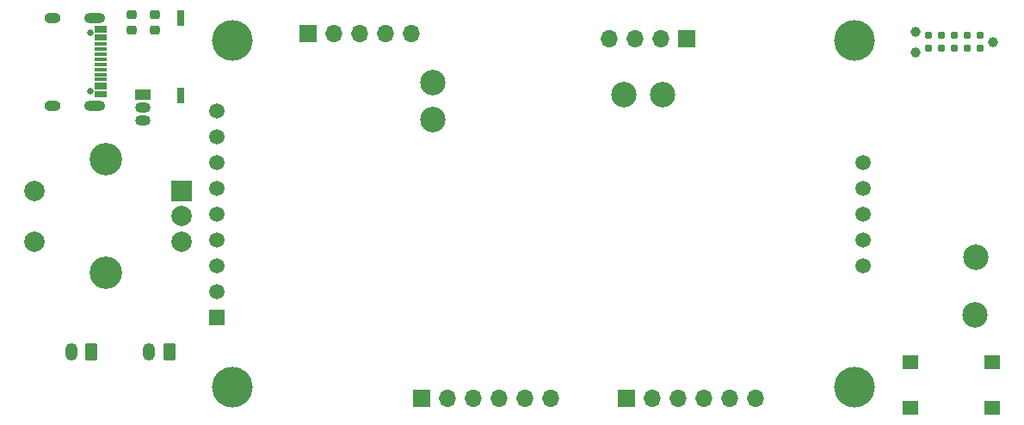
<source format=gbr>
%TF.GenerationSoftware,KiCad,Pcbnew,(6.0.4)*%
%TF.CreationDate,2022-10-13T17:41:33-04:00*%
%TF.ProjectId,ece49022_team44_pcb,65636534-3930-4323-925f-7465616d3434,rev?*%
%TF.SameCoordinates,Original*%
%TF.FileFunction,Soldermask,Bot*%
%TF.FilePolarity,Negative*%
%FSLAX46Y46*%
G04 Gerber Fmt 4.6, Leading zero omitted, Abs format (unit mm)*
G04 Created by KiCad (PCBNEW (6.0.4)) date 2022-10-13 17:41:33*
%MOMM*%
%LPD*%
G01*
G04 APERTURE LIST*
G04 Aperture macros list*
%AMRoundRect*
0 Rectangle with rounded corners*
0 $1 Rounding radius*
0 $2 $3 $4 $5 $6 $7 $8 $9 X,Y pos of 4 corners*
0 Add a 4 corners polygon primitive as box body*
4,1,4,$2,$3,$4,$5,$6,$7,$8,$9,$2,$3,0*
0 Add four circle primitives for the rounded corners*
1,1,$1+$1,$2,$3*
1,1,$1+$1,$4,$5*
1,1,$1+$1,$6,$7*
1,1,$1+$1,$8,$9*
0 Add four rect primitives between the rounded corners*
20,1,$1+$1,$2,$3,$4,$5,0*
20,1,$1+$1,$4,$5,$6,$7,0*
20,1,$1+$1,$6,$7,$8,$9,0*
20,1,$1+$1,$8,$9,$2,$3,0*%
G04 Aperture macros list end*
%ADD10R,1.700000X1.700000*%
%ADD11O,1.700000X1.700000*%
%ADD12C,2.500000*%
%ADD13RoundRect,0.218750X0.256250X-0.218750X0.256250X0.218750X-0.256250X0.218750X-0.256250X-0.218750X0*%
%ADD14R,2.000000X2.000000*%
%ADD15C,2.000000*%
%ADD16C,3.200000*%
%ADD17C,0.990600*%
%ADD18C,0.787400*%
%ADD19R,0.760000X1.600000*%
%ADD20RoundRect,0.250000X0.350000X0.625000X-0.350000X0.625000X-0.350000X-0.625000X0.350000X-0.625000X0*%
%ADD21O,1.200000X1.750000*%
%ADD22R,1.500000X1.050000*%
%ADD23O,1.500000X1.050000*%
%ADD24C,4.000000*%
%ADD25R,1.500000X1.500000*%
%ADD26C,1.500000*%
%ADD27C,0.650000*%
%ADD28R,1.150000X0.300000*%
%ADD29O,2.100000X1.000000*%
%ADD30O,1.600000X1.000000*%
%ADD31R,1.600000X1.400000*%
G04 APERTURE END LIST*
D10*
%TO.C,J2*%
X74793000Y-53634800D03*
D11*
X77333000Y-53634800D03*
X79873000Y-53634800D03*
X82413000Y-53634800D03*
X84953000Y-53634800D03*
X87493000Y-53634800D03*
%TD*%
D10*
%TO.C,J5*%
X54574600Y-53634800D03*
D11*
X57114600Y-53634800D03*
X59654600Y-53634800D03*
X62194600Y-53634800D03*
X64734600Y-53634800D03*
X67274600Y-53634800D03*
%TD*%
D10*
%TO.C,J4*%
X80711600Y-18252200D03*
D11*
X78171600Y-18252200D03*
X75631600Y-18252200D03*
X73091600Y-18252200D03*
%TD*%
D10*
%TO.C,J3*%
X43403600Y-17770000D03*
D11*
X45943600Y-17770000D03*
X48483600Y-17770000D03*
X51023600Y-17770000D03*
X53563600Y-17770000D03*
%TD*%
D12*
%TO.C,TP18*%
X55667200Y-22570200D03*
%TD*%
D13*
%TO.C,D2*%
X28387600Y-17464900D03*
X28387600Y-15889900D03*
%TD*%
D14*
%TO.C,SW1*%
X31017790Y-33227400D03*
D15*
X31017790Y-38227400D03*
X31017790Y-35727400D03*
D16*
X23517790Y-30127400D03*
X23517790Y-41327400D03*
D15*
X16517790Y-38227400D03*
X16517790Y-33227400D03*
%TD*%
D12*
%TO.C,TP14*%
X78270000Y-23740000D03*
%TD*%
%TO.C,TP20*%
X109007200Y-45481000D03*
%TD*%
D17*
%TO.C,J1*%
X103168190Y-17591800D03*
X103168190Y-19623800D03*
X110788190Y-18607800D03*
D18*
X109518190Y-19242800D03*
X108248190Y-19242800D03*
X106978190Y-19242800D03*
X105708190Y-19242800D03*
X104438190Y-19242800D03*
X104438190Y-17972800D03*
X105708190Y-17972800D03*
X106978190Y-17972800D03*
X108248190Y-17972800D03*
X109518190Y-17972800D03*
%TD*%
D19*
%TO.C,SW3*%
X30876800Y-16271000D03*
X30876800Y-23891000D03*
%TD*%
D12*
%TO.C,TP19*%
X109108800Y-39740600D03*
%TD*%
D20*
%TO.C,J8*%
X22123200Y-49076200D03*
D21*
X20123200Y-49076200D03*
%TD*%
D22*
%TO.C,Q2*%
X27172800Y-23789400D03*
D23*
X27172800Y-25059400D03*
X27172800Y-26329400D03*
%TD*%
D12*
%TO.C,TP17*%
X55667200Y-26227800D03*
%TD*%
D24*
%TO.C,U3*%
X35983600Y-18474200D03*
X97183600Y-52574200D03*
X97183600Y-18474200D03*
X35983600Y-52574200D03*
D25*
X34483600Y-45684200D03*
D26*
X34483600Y-43144200D03*
X34483600Y-40604200D03*
X34483600Y-38064200D03*
X34483600Y-35524200D03*
X34483600Y-32984200D03*
X34483600Y-30444200D03*
X34483600Y-27904200D03*
X34483600Y-25364200D03*
X98003600Y-40604200D03*
X98003600Y-38064200D03*
X98003600Y-35524200D03*
X98003600Y-32984200D03*
X98003600Y-30444200D03*
%TD*%
D13*
%TO.C,D3*%
X26101600Y-17464900D03*
X26101600Y-15889900D03*
%TD*%
D27*
%TO.C,J6*%
X21970000Y-17648200D03*
X21970000Y-23428200D03*
D28*
X23035000Y-23888200D03*
X23035000Y-23088200D03*
X23035000Y-21788200D03*
X23035000Y-20788200D03*
X23035000Y-20288200D03*
X23035000Y-19288200D03*
X23035000Y-17988200D03*
X23035000Y-17188200D03*
X23035000Y-17488200D03*
X23035000Y-18288200D03*
X23035000Y-18788200D03*
X23035000Y-19788200D03*
X23035000Y-21288200D03*
X23035000Y-22288200D03*
X23035000Y-22788200D03*
X23035000Y-23588200D03*
D29*
X22470000Y-24858200D03*
D30*
X18290000Y-16218200D03*
D29*
X22470000Y-16218200D03*
D30*
X18290000Y-24858200D03*
%TD*%
D12*
%TO.C,TP13*%
X74500000Y-23740000D03*
%TD*%
D20*
%TO.C,J7*%
X29794000Y-49076200D03*
D21*
X27794000Y-49076200D03*
%TD*%
D31*
%TO.C,SW2*%
X110721200Y-50089000D03*
X102721200Y-50089000D03*
X102721200Y-54589000D03*
X110721200Y-54589000D03*
%TD*%
M02*

</source>
